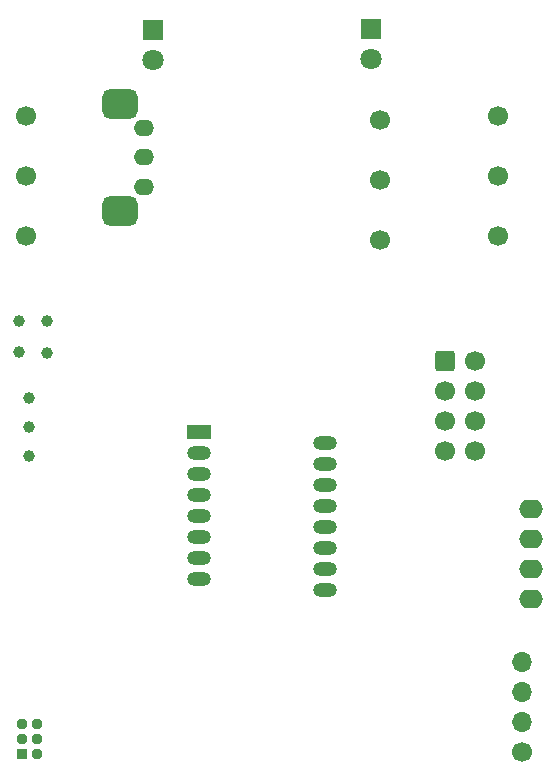
<source format=gbl>
%TF.GenerationSoftware,KiCad,Pcbnew,8.0.8*%
%TF.CreationDate,2025-02-01T16:26:25+01:00*%
%TF.ProjectId,Trackball,54726163-6b62-4616-9c6c-2e6b69636164,rev?*%
%TF.SameCoordinates,Original*%
%TF.FileFunction,Copper,L2,Bot*%
%TF.FilePolarity,Positive*%
%FSLAX46Y46*%
G04 Gerber Fmt 4.6, Leading zero omitted, Abs format (unit mm)*
G04 Created by KiCad (PCBNEW 8.0.8) date 2025-02-01 16:26:25*
%MOMM*%
%LPD*%
G01*
G04 APERTURE LIST*
G04 Aperture macros list*
%AMRoundRect*
0 Rectangle with rounded corners*
0 $1 Rounding radius*
0 $2 $3 $4 $5 $6 $7 $8 $9 X,Y pos of 4 corners*
0 Add a 4 corners polygon primitive as box body*
4,1,4,$2,$3,$4,$5,$6,$7,$8,$9,$2,$3,0*
0 Add four circle primitives for the rounded corners*
1,1,$1+$1,$2,$3*
1,1,$1+$1,$4,$5*
1,1,$1+$1,$6,$7*
1,1,$1+$1,$8,$9*
0 Add four rect primitives between the rounded corners*
20,1,$1+$1,$2,$3,$4,$5,0*
20,1,$1+$1,$4,$5,$6,$7,0*
20,1,$1+$1,$6,$7,$8,$9,0*
20,1,$1+$1,$8,$9,$2,$3,0*%
G04 Aperture macros list end*
%TA.AperFunction,ComponentPad*%
%ADD10C,1.700000*%
%TD*%
%TA.AperFunction,ComponentPad*%
%ADD11RoundRect,0.625000X0.875000X-0.625000X0.875000X0.625000X-0.875000X0.625000X-0.875000X-0.625000X0*%
%TD*%
%TA.AperFunction,ComponentPad*%
%ADD12O,1.700000X1.400000*%
%TD*%
%TA.AperFunction,ComponentPad*%
%ADD13O,1.700000X1.700000*%
%TD*%
%TA.AperFunction,ComponentPad*%
%ADD14R,2.000000X1.200000*%
%TD*%
%TA.AperFunction,ComponentPad*%
%ADD15O,2.000000X1.200000*%
%TD*%
%TA.AperFunction,ComponentPad*%
%ADD16RoundRect,0.250000X-0.600000X-0.600000X0.600000X-0.600000X0.600000X0.600000X-0.600000X0.600000X0*%
%TD*%
%TA.AperFunction,ComponentPad*%
%ADD17R,1.800000X1.800000*%
%TD*%
%TA.AperFunction,ComponentPad*%
%ADD18C,1.800000*%
%TD*%
%TA.AperFunction,ComponentPad*%
%ADD19R,0.950000X0.950000*%
%TD*%
%TA.AperFunction,ComponentPad*%
%ADD20C,0.950000*%
%TD*%
%TA.AperFunction,ComponentPad*%
%ADD21O,2.000000X1.600000*%
%TD*%
%TA.AperFunction,SMDPad,CuDef*%
%ADD22C,1.000000*%
%TD*%
G04 APERTURE END LIST*
D10*
X123050000Y-26990000D03*
X123050000Y-32070000D03*
X123050000Y-37150000D03*
X113050000Y-27340000D03*
X113050000Y-32420000D03*
X113050000Y-37500000D03*
D11*
X91050000Y-34970000D03*
X91050000Y-25970000D03*
D12*
X93050000Y-32970000D03*
X93050000Y-30470000D03*
X93050000Y-27970000D03*
D10*
X125050000Y-80840000D03*
D13*
X125050000Y-78300000D03*
X125050000Y-75760000D03*
X125050000Y-73220000D03*
D14*
X97700000Y-53735000D03*
D15*
X97700000Y-55515000D03*
X97700000Y-57295000D03*
X97700000Y-59075000D03*
X97700000Y-60855000D03*
X97700000Y-62635000D03*
X97700000Y-64415000D03*
X97700000Y-66195000D03*
X108400000Y-67085000D03*
X108400000Y-65305000D03*
X108400000Y-63525000D03*
X108400000Y-61745000D03*
X108400000Y-59965000D03*
X108400000Y-58185000D03*
X108400000Y-56405000D03*
X108400000Y-54625000D03*
D16*
X118550000Y-47720000D03*
D10*
X121090000Y-47720000D03*
X118550000Y-50260000D03*
X121090000Y-50260000D03*
X118550000Y-52800000D03*
X121090000Y-52800000D03*
X118550000Y-55340000D03*
X121090000Y-55340000D03*
D17*
X112300000Y-19560000D03*
D18*
X112300000Y-22100000D03*
D19*
X82750000Y-80950000D03*
D20*
X82750000Y-79700000D03*
X82750000Y-78450000D03*
X84000000Y-80950000D03*
X84000000Y-79700000D03*
X84000000Y-78450000D03*
D17*
X93850000Y-19680000D03*
D18*
X93850000Y-22220000D03*
D10*
X83050000Y-26990000D03*
X83050000Y-32070000D03*
X83050000Y-37150000D03*
D21*
X125800000Y-60220000D03*
X125800000Y-62760000D03*
X125800000Y-65300000D03*
X125800000Y-67840000D03*
D22*
X83300000Y-53300000D03*
X83300000Y-55783333D03*
X82500000Y-44283333D03*
X84900000Y-44283333D03*
X82500000Y-46983333D03*
X83300000Y-50816667D03*
X84900000Y-47033333D03*
M02*

</source>
